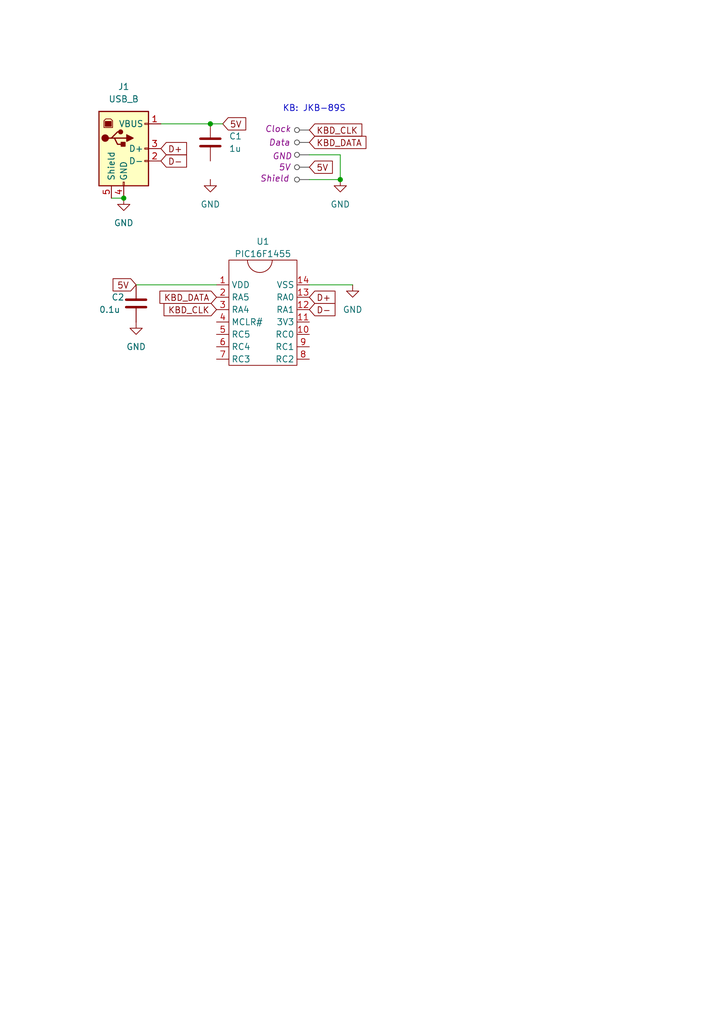
<source format=kicad_sch>
(kicad_sch (version 20231120) (generator "eeschema") (generator_version "8.0")
  (paper "A5" portrait)
  (lib_symbols
    (symbol "0Ore:PIC16F1455"
      (property "Reference" "U" (at 0 0 0))
      (symbol "PIC16F1455_0_1"
        (rectangle (start -7.62 22.86) (end 6.35 1.27))
        (arc (start -3.81 22.86) (mid -3.0661 21.0639) (end -1.27 20.32))
        (arc (start -1.27 20.32) (mid 0.5261 21.0639) (end 1.27 22.86))
      )
      (symbol "PIC16F1455_1_1"
        (pin output line (at -10.16 17.78 0) (length 2.54) (name "VDD") (number "1"))
        (pin bidirectional line (at 8.89 7.62 180) (length 2.54) (name "RC0") (number "10"))
        (pin output line (at 8.89 10.16 180) (length 2.54) (name "3V3") (number "11"))
        (pin bidirectional line (at 8.89 12.7 180) (length 2.54) (name "RA1") (number "12"))
        (pin bidirectional line (at 8.89 15.24 180) (length 2.54) (name "RA0") (number "13"))
        (pin output line (at 8.89 17.78 180) (length 2.54) (name "VSS") (number "14"))
        (pin bidirectional line (at -10.16 15.24 0) (length 2.54) (name "RA5") (number "2"))
        (pin bidirectional line (at -10.16 12.7 0) (length 2.54) (name "RA4") (number "3"))
        (pin input line (at -10.16 10.16 0) (length 2.54) (name "MCLR#") (number "4"))
        (pin bidirectional line (at -10.16 7.62 0) (length 2.54) (name "RC5") (number "5"))
        (pin bidirectional line (at -10.16 5.08 0) (length 2.54) (name "RC4") (number "6"))
        (pin bidirectional line (at -10.16 2.54 0) (length 2.54) (name "RC3") (number "7"))
        (pin bidirectional line (at 8.89 2.54 180) (length 2.54) (name "RC2") (number "8"))
        (pin bidirectional line (at 8.89 5.08 180) (length 2.54) (name "RC1") (number "9"))
      )
    )
    (symbol "Connector:USB_B" (pin_names (offset 1.016))
      (property "Reference" "J" (at -5.08 11.43 0))
      (property "Value" "USB_B" (at -5.08 8.89 0))
      (symbol "USB_B_0_1"
        (rectangle (start -5.08 -7.62) (end 5.08 7.62) (stroke (width 0.254)) (fill (type background)))
        (circle (center -3.81 2.159) (radius 0.635) (stroke (width 0.254)) (fill (type outline)))
        (rectangle (start -3.81 5.588) (end -2.54 4.572) (fill (type outline)))
        (circle (center -0.635 3.429) (radius 0.381) (stroke (width 0.254)) (fill (type outline)))
        (rectangle (start -0.127 -7.62) (end 0.127 -6.858))
        (polyline (pts (xy -1.905 2.159) (xy 0.635 2.159)) (stroke (width 0.254)))
        (polyline (pts (xy -3.175 2.159) (xy -2.54 2.159) (xy -1.27 3.429) (xy -0.635 3.429)) (stroke (width 0.254)))
        (polyline (pts (xy -2.54 2.159) (xy -1.905 2.159) (xy -1.27 0.889) (xy 0 0.889)) (stroke (width 0.254)))
        (polyline (pts (xy 0.635 2.794) (xy 0.635 1.524) (xy 1.905 2.159) (xy 0.635 2.794)) (stroke (width 0.254)) (fill (type outline)))
        (polyline (pts (xy -4.064 4.318) (xy -2.286 4.318) (xy -2.286 5.715) (xy -2.667 6.096) (xy -3.683 6.096) (xy -4.064 5.715) (xy -4.064 4.318)))
        (rectangle (start 0.254 1.27) (end -0.508 0.508) (stroke (width 0.254)) (fill (type outline)))
        (rectangle (start 5.08 -2.667) (end 4.318 -2.413))
        (rectangle (start 5.08 -0.127) (end 4.318 0.127))
        (rectangle (start 5.08 4.953) (end 4.318 5.207))
      )
      (symbol "USB_B_1_1"
        (pin power_out line (at 7.62 5.08 180) (length 2.54) (name "VBUS") (number "1"))
        (pin bidirectional line (at 7.62 -2.54 180) (length 2.54) (name "D-") (number "2"))
        (pin bidirectional line (at 7.62 0 180) (length 2.54) (name "D+") (number "3"))
        (pin power_out line (at 0 -10.16 90) (length 2.54) (name "GND") (number "4"))
        (pin passive line (at -2.54 -10.16 90) (length 2.54) (name "Shield") (number "5"))
      )
    )
    (symbol "Device:C" (pin_numbers hide) (pin_names (offset 0.254))
      (property "Reference" "C" (at 0.635 2.54 0))
      (property "Value" "C" (at 0.635 -2.54 0))
      (symbol "C_0_1"
        (polyline (pts (xy -2.032 -0.762) (xy 2.032 -0.762)) (stroke (width 0.508)))
        (polyline (pts (xy -2.032 0.762) (xy 2.032 0.762)) (stroke (width 0.508)))
      )
      (symbol "C_1_1"
        (pin passive line (at 0 3.81 270) (length 2.794) (name "~") (number "1"))
        (pin passive line (at 0 -3.81 90) (length 2.794) (name "~") (number "2"))
      )
    )
    (symbol "power:GND" (power) (pin_numbers hide) (pin_names (offset 0) hide)
      (property "Value" "GND" (at 0 -3.81 0))
      (symbol "GND_0_1"
        (polyline (pts (xy 0 0) (xy 0 -1.27) (xy 1.27 -1.27) (xy 0 -2.54) (xy -1.27 -1.27) (xy 0 -1.27)))
      )
      (symbol "GND_1_1"
        (pin power_in line (at 0 0 270) (length 0) (name "~") (number "1"))
      )
    )
  )
  (junction (at 69.85 36.83))
  (junction (at 25.4 40.64))
  (junction (at 43.18 25.4))
  (wire (pts (xy 22.86 40.64) (xy 25.4 40.64)))
  (wire (pts (xy 27.94 58.42) (xy 44.45 58.42)))
  (wire (pts (xy 63.5 31.75) (xy 69.85 31.75)))
  (wire (pts (xy 45.72 25.4) (xy 43.18 25.4)))
  (wire (pts (xy 63.5 58.42) (xy 72.39 58.42)))
  (wire (pts (xy 69.85 31.75) (xy 69.85 36.83)))
  (wire (pts (xy 43.18 25.4) (xy 33.02 25.4)))
  (wire (pts (xy 63.5 36.83) (xy 69.85 36.83)))
  (text "KB: JKB-89S" (at 64.516 22.352 0) (effects (font (size 1.27 1.27))))
  (global_label "KBD_DATA" (shape input) (at 44.45 60.96 180) (property "Intersheetrefs" "${INTERSHEET_REFS}" (effects (hide yes))))
  (global_label "5V" (shape input) (at 27.94 58.42 180) (property "Intersheetrefs" "${INTERSHEET_REFS}" (effects (hide yes))))
  (global_label "KBD_CLK" (shape input) (at 63.5 26.67 0) (property "Intersheetrefs" "${INTERSHEET_REFS}" (effects (hide yes))))
  (global_label "D+" (shape input) (at 63.5 60.96 0) (property "Intersheetrefs" "${INTERSHEET_REFS}" (effects (hide yes))))
  (global_label "5V" (shape input) (at 45.72 25.4 0) (property "Intersheetrefs" "${INTERSHEET_REFS}" (effects (hide yes))))
  (global_label "D+" (shape input) (at 33.02 30.48 0) (property "Intersheetrefs" "${INTERSHEET_REFS}" (effects (hide yes))))
  (global_label "KBD_DATA" (shape input) (at 63.5 29.21 0) (property "Intersheetrefs" "${INTERSHEET_REFS}" (effects (hide yes))))
  (global_label "D-" (shape input) (at 63.5 63.5 0) (property "Intersheetrefs" "${INTERSHEET_REFS}" (effects (hide yes))))
  (global_label "D-" (shape input) (at 33.02 33.02 0) (property "Intersheetrefs" "${INTERSHEET_REFS}" (effects (hide yes))))
  (global_label "KBD_CLK" (shape input) (at 44.45 63.5 180) (property "Intersheetrefs" "${INTERSHEET_REFS}" (effects (hide yes))))
  (global_label "5V" (shape input) (at 63.5 34.29 0) (property "Intersheetrefs" "${INTERSHEET_REFS}" (effects (hide yes))))
  (netclass_flag "" (length 2.54) (shape round) (at 63.5 29.21 90) (property "Netclass" "Data" (at 55.118 29.21 0) (effects (font (italic yes)) (justify left))))
  (netclass_flag "" (length 2.54) (shape round) (at 63.5 26.67 90) (property "Netclass" "Clock" (at 54.356 26.416 0) (effects (font (italic yes)) (justify left))))
  (netclass_flag "" (length 2.54) (shape round) (at 63.5 36.83 90) (property "Netclass" "Shield" (at 53.34 36.576 0) (effects (font (italic yes)) (justify left))))
  (netclass_flag "" (length 2.54) (shape round) (at 63.5 34.29 90) (property "Netclass" "5V" (at 57.15 34.29 0) (effects (font (italic yes)) (justify left))))
  (netclass_flag "" (length 2.54) (shape round) (at 63.5 31.75 90) (property "Netclass" "GND" (at 55.88 32.004 0) (effects (font (italic yes)) (justify left))))
  (symbol (lib_id "0Ore:PIC16F1455") (at 54.61 76.2 0) (unit 1)
    (property "Reference" "U1" (at 53.975 49.53 0))
    (property "Value" "PIC16F1455" (at 53.975 52.07 0))
  )
  (symbol (lib_id "power:GND") (at 25.4 40.64 0) (unit 1)
    (property "Reference" "#PWR03" (effects (hide yes)))
    (property "Value" "GND" (at 25.4 45.72 0))
    (property "Description" "Power symbol creates a global label with name \"GND\" , ground" (effects (hide yes)))
  )
  (symbol (lib_id "power:GND") (at 69.85 36.83 0) (unit 1)
    (property "Reference" "#PWR02" (effects (hide yes)))
    (property "Value" "GND" (at 69.85 41.91 0))
    (property "Description" "Power symbol creates a global label with name \"GND\" , ground" (effects (hide yes)))
  )
  (symbol (lib_id "power:GND") (at 27.94 66.04 0) (unit 1)
    (property "Reference" "#PWR05" (effects (hide yes)))
    (property "Value" "GND" (at 27.94 71.12 0))
    (property "Description" "Power symbol creates a global label with name \"GND\" , ground" (effects (hide yes)))
  )
  (symbol (lib_id "power:GND") (at 72.39 58.42 0) (unit 1)
    (property "Reference" "#PWR04" (effects (hide yes)))
    (property "Value" "GND" (at 72.39 63.5 0))
    (property "Description" "Power symbol creates a global label with name \"GND\" , ground" (effects (hide yes)))
  )
  (symbol (lib_id "Device:C") (at 27.94 62.23 0) (unit 1)
    (property "Reference" "C2" (at 22.86 60.96 0) (effects (justify left)))
    (property "Value" "0.1u" (at 20.32 63.5 0) (effects (justify left)))
    (property "Description" "Unpolarized capacitor" (effects (hide yes)))
  )
  (symbol (lib_id "Connector:USB_B") (at 25.4 30.48 0) (unit 1)
    (property "Reference" "J1" (at 25.4 17.78 0))
    (property "Value" "USB_B" (at 25.4 20.32 0))
    (property "Description" "USB Type B connector" (effects (hide yes)))
  )
  (symbol (lib_id "power:GND") (at 43.18 36.83 0) (unit 1)
    (property "Reference" "#PWR01" (effects (hide yes)))
    (property "Value" "GND" (at 43.18 41.91 0))
    (property "Description" "Power symbol creates a global label with name \"GND\" , ground" (effects (hide yes)))
  )
  (symbol (lib_id "Device:C") (at 43.18 29.21 0) (unit 1)
    (property "Reference" "C1" (at 46.99 27.9399 0) (effects (justify left)))
    (property "Value" "1u" (at 46.99 30.4799 0) (effects (justify left)))
    (property "Description" "Unpolarized capacitor" (effects (hide yes)))
  )
)
</source>
